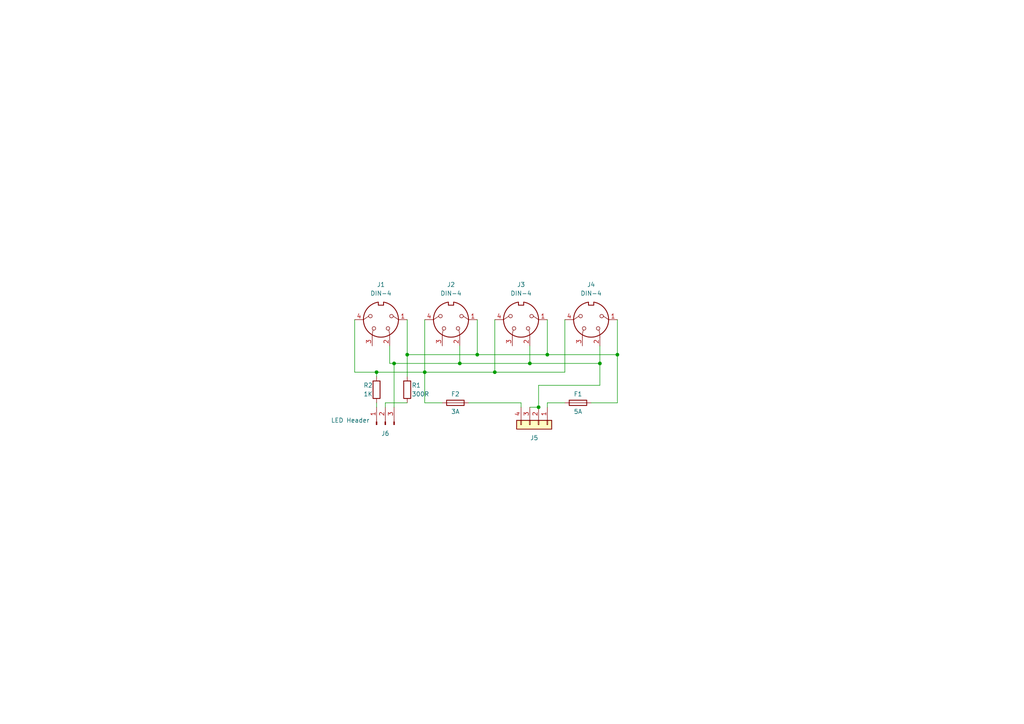
<source format=kicad_sch>
(kicad_sch (version 20211123) (generator eeschema)

  (uuid 697d508e-67e1-4060-9513-a3a692986344)

  (paper "A4")

  (title_block
    (title "1541-II & 1581 Power Distribution PCB")
    (rev "v1.0")
  )

  (lib_symbols
    (symbol "Connector:Conn_01x03_Male" (pin_names (offset 1.016) hide) (in_bom yes) (on_board yes)
      (property "Reference" "J" (id 0) (at 0 5.08 0)
        (effects (font (size 1.27 1.27)))
      )
      (property "Value" "Conn_01x03_Male" (id 1) (at 0 -5.08 0)
        (effects (font (size 1.27 1.27)))
      )
      (property "Footprint" "" (id 2) (at 0 0 0)
        (effects (font (size 1.27 1.27)) hide)
      )
      (property "Datasheet" "~" (id 3) (at 0 0 0)
        (effects (font (size 1.27 1.27)) hide)
      )
      (property "ki_keywords" "connector" (id 4) (at 0 0 0)
        (effects (font (size 1.27 1.27)) hide)
      )
      (property "ki_description" "Generic connector, single row, 01x03, script generated (kicad-library-utils/schlib/autogen/connector/)" (id 5) (at 0 0 0)
        (effects (font (size 1.27 1.27)) hide)
      )
      (property "ki_fp_filters" "Connector*:*_1x??_*" (id 6) (at 0 0 0)
        (effects (font (size 1.27 1.27)) hide)
      )
      (symbol "Conn_01x03_Male_1_1"
        (polyline
          (pts
            (xy 1.27 -2.54)
            (xy 0.8636 -2.54)
          )
          (stroke (width 0.1524) (type default) (color 0 0 0 0))
          (fill (type none))
        )
        (polyline
          (pts
            (xy 1.27 0)
            (xy 0.8636 0)
          )
          (stroke (width 0.1524) (type default) (color 0 0 0 0))
          (fill (type none))
        )
        (polyline
          (pts
            (xy 1.27 2.54)
            (xy 0.8636 2.54)
          )
          (stroke (width 0.1524) (type default) (color 0 0 0 0))
          (fill (type none))
        )
        (rectangle (start 0.8636 -2.413) (end 0 -2.667)
          (stroke (width 0.1524) (type default) (color 0 0 0 0))
          (fill (type outline))
        )
        (rectangle (start 0.8636 0.127) (end 0 -0.127)
          (stroke (width 0.1524) (type default) (color 0 0 0 0))
          (fill (type outline))
        )
        (rectangle (start 0.8636 2.667) (end 0 2.413)
          (stroke (width 0.1524) (type default) (color 0 0 0 0))
          (fill (type outline))
        )
        (pin passive line (at 5.08 2.54 180) (length 3.81)
          (name "Pin_1" (effects (font (size 1.27 1.27))))
          (number "1" (effects (font (size 1.27 1.27))))
        )
        (pin passive line (at 5.08 0 180) (length 3.81)
          (name "Pin_2" (effects (font (size 1.27 1.27))))
          (number "2" (effects (font (size 1.27 1.27))))
        )
        (pin passive line (at 5.08 -2.54 180) (length 3.81)
          (name "Pin_3" (effects (font (size 1.27 1.27))))
          (number "3" (effects (font (size 1.27 1.27))))
        )
      )
    )
    (symbol "Connector:DIN-4" (pin_names (offset 1.016)) (in_bom yes) (on_board yes)
      (property "Reference" "J" (id 0) (at 5.334 5.08 0)
        (effects (font (size 1.27 1.27)))
      )
      (property "Value" "DIN-4" (id 1) (at 0 -6.35 0)
        (effects (font (size 1.27 1.27)))
      )
      (property "Footprint" "" (id 2) (at 0 0 0)
        (effects (font (size 1.27 1.27)) hide)
      )
      (property "Datasheet" "http://www.mouser.com/ds/2/18/40_c091_abd_e-75918.pdf" (id 3) (at 0 0 0)
        (effects (font (size 1.27 1.27)) hide)
      )
      (property "ki_keywords" "circular DIN connector" (id 4) (at 0 0 0)
        (effects (font (size 1.27 1.27)) hide)
      )
      (property "ki_description" "4-pin DIN connector" (id 5) (at 0 0 0)
        (effects (font (size 1.27 1.27)) hide)
      )
      (property "ki_fp_filters" "DIN*" (id 6) (at 0 0 0)
        (effects (font (size 1.27 1.27)) hide)
      )
      (symbol "DIN-4_0_1"
        (arc (start -5.08 0) (mid -3.8609 -3.3364) (end -0.762 -5.08)
          (stroke (width 0.254) (type default) (color 0 0 0 0))
          (fill (type none))
        )
        (circle (center -3.048 -1.016) (radius 0.508)
          (stroke (width 0) (type default) (color 0 0 0 0))
          (fill (type none))
        )
        (circle (center -2.032 2.54) (radius 0.508)
          (stroke (width 0) (type default) (color 0 0 0 0))
          (fill (type none))
        )
        (polyline
          (pts
            (xy -3.556 -1.016)
            (xy -5.08 0)
          )
          (stroke (width 0) (type default) (color 0 0 0 0))
          (fill (type none))
        )
        (polyline
          (pts
            (xy 5.08 0)
            (xy 3.556 -1.016)
          )
          (stroke (width 0) (type default) (color 0 0 0 0))
          (fill (type none))
        )
        (polyline
          (pts
            (xy -2.54 5.08)
            (xy -2.54 4.318)
            (xy -2.286 3.048)
          )
          (stroke (width 0) (type default) (color 0 0 0 0))
          (fill (type none))
        )
        (polyline
          (pts
            (xy 2.54 5.08)
            (xy 2.54 4.318)
            (xy 2.286 3.048)
          )
          (stroke (width 0) (type default) (color 0 0 0 0))
          (fill (type none))
        )
        (polyline
          (pts
            (xy -0.762 -4.953)
            (xy -0.762 -4.191)
            (xy 0.762 -4.191)
            (xy 0.762 -4.953)
          )
          (stroke (width 0.254) (type default) (color 0 0 0 0))
          (fill (type none))
        )
        (arc (start 0.762 -5.08) (mid 3.8685 -3.343) (end 5.08 0)
          (stroke (width 0.254) (type default) (color 0 0 0 0))
          (fill (type none))
        )
        (circle (center 2.032 2.54) (radius 0.508)
          (stroke (width 0) (type default) (color 0 0 0 0))
          (fill (type none))
        )
        (circle (center 3.048 -1.016) (radius 0.508)
          (stroke (width 0) (type default) (color 0 0 0 0))
          (fill (type none))
        )
        (arc (start 5.08 0) (mid 0 5.08) (end -5.08 0)
          (stroke (width 0.254) (type default) (color 0 0 0 0))
          (fill (type none))
        )
      )
      (symbol "DIN-4_1_1"
        (pin passive line (at -7.62 0 0) (length 2.54)
          (name "~" (effects (font (size 1.27 1.27))))
          (number "1" (effects (font (size 1.27 1.27))))
        )
        (pin passive line (at -2.54 7.62 270) (length 2.54)
          (name "~" (effects (font (size 1.27 1.27))))
          (number "2" (effects (font (size 1.27 1.27))))
        )
        (pin passive line (at 2.54 7.62 270) (length 2.54)
          (name "~" (effects (font (size 1.27 1.27))))
          (number "3" (effects (font (size 1.27 1.27))))
        )
        (pin passive line (at 7.62 0 180) (length 2.54)
          (name "~" (effects (font (size 1.27 1.27))))
          (number "4" (effects (font (size 1.27 1.27))))
        )
      )
    )
    (symbol "Connector_Generic:Conn_01x04" (pin_names (offset 1.016) hide) (in_bom yes) (on_board yes)
      (property "Reference" "J" (id 0) (at 0 5.08 0)
        (effects (font (size 1.27 1.27)))
      )
      (property "Value" "Conn_01x04" (id 1) (at 0 -7.62 0)
        (effects (font (size 1.27 1.27)))
      )
      (property "Footprint" "" (id 2) (at 0 0 0)
        (effects (font (size 1.27 1.27)) hide)
      )
      (property "Datasheet" "~" (id 3) (at 0 0 0)
        (effects (font (size 1.27 1.27)) hide)
      )
      (property "ki_keywords" "connector" (id 4) (at 0 0 0)
        (effects (font (size 1.27 1.27)) hide)
      )
      (property "ki_description" "Generic connector, single row, 01x04, script generated (kicad-library-utils/schlib/autogen/connector/)" (id 5) (at 0 0 0)
        (effects (font (size 1.27 1.27)) hide)
      )
      (property "ki_fp_filters" "Connector*:*_1x??_*" (id 6) (at 0 0 0)
        (effects (font (size 1.27 1.27)) hide)
      )
      (symbol "Conn_01x04_1_1"
        (rectangle (start -1.27 -4.953) (end 0 -5.207)
          (stroke (width 0.1524) (type default) (color 0 0 0 0))
          (fill (type none))
        )
        (rectangle (start -1.27 -2.413) (end 0 -2.667)
          (stroke (width 0.1524) (type default) (color 0 0 0 0))
          (fill (type none))
        )
        (rectangle (start -1.27 0.127) (end 0 -0.127)
          (stroke (width 0.1524) (type default) (color 0 0 0 0))
          (fill (type none))
        )
        (rectangle (start -1.27 2.667) (end 0 2.413)
          (stroke (width 0.1524) (type default) (color 0 0 0 0))
          (fill (type none))
        )
        (rectangle (start -1.27 3.81) (end 1.27 -6.35)
          (stroke (width 0.254) (type default) (color 0 0 0 0))
          (fill (type background))
        )
        (pin passive line (at -5.08 2.54 0) (length 3.81)
          (name "Pin_1" (effects (font (size 1.27 1.27))))
          (number "1" (effects (font (size 1.27 1.27))))
        )
        (pin passive line (at -5.08 0 0) (length 3.81)
          (name "Pin_2" (effects (font (size 1.27 1.27))))
          (number "2" (effects (font (size 1.27 1.27))))
        )
        (pin passive line (at -5.08 -2.54 0) (length 3.81)
          (name "Pin_3" (effects (font (size 1.27 1.27))))
          (number "3" (effects (font (size 1.27 1.27))))
        )
        (pin passive line (at -5.08 -5.08 0) (length 3.81)
          (name "Pin_4" (effects (font (size 1.27 1.27))))
          (number "4" (effects (font (size 1.27 1.27))))
        )
      )
    )
    (symbol "Device:Fuse" (pin_numbers hide) (pin_names (offset 0)) (in_bom yes) (on_board yes)
      (property "Reference" "F" (id 0) (at 2.032 0 90)
        (effects (font (size 1.27 1.27)))
      )
      (property "Value" "Fuse" (id 1) (at -1.905 0 90)
        (effects (font (size 1.27 1.27)))
      )
      (property "Footprint" "" (id 2) (at -1.778 0 90)
        (effects (font (size 1.27 1.27)) hide)
      )
      (property "Datasheet" "~" (id 3) (at 0 0 0)
        (effects (font (size 1.27 1.27)) hide)
      )
      (property "ki_keywords" "fuse" (id 4) (at 0 0 0)
        (effects (font (size 1.27 1.27)) hide)
      )
      (property "ki_description" "Fuse" (id 5) (at 0 0 0)
        (effects (font (size 1.27 1.27)) hide)
      )
      (property "ki_fp_filters" "*Fuse*" (id 6) (at 0 0 0)
        (effects (font (size 1.27 1.27)) hide)
      )
      (symbol "Fuse_0_1"
        (rectangle (start -0.762 -2.54) (end 0.762 2.54)
          (stroke (width 0.254) (type default) (color 0 0 0 0))
          (fill (type none))
        )
        (polyline
          (pts
            (xy 0 2.54)
            (xy 0 -2.54)
          )
          (stroke (width 0) (type default) (color 0 0 0 0))
          (fill (type none))
        )
      )
      (symbol "Fuse_1_1"
        (pin passive line (at 0 3.81 270) (length 1.27)
          (name "~" (effects (font (size 1.27 1.27))))
          (number "1" (effects (font (size 1.27 1.27))))
        )
        (pin passive line (at 0 -3.81 90) (length 1.27)
          (name "~" (effects (font (size 1.27 1.27))))
          (number "2" (effects (font (size 1.27 1.27))))
        )
      )
    )
    (symbol "Device:R" (pin_numbers hide) (pin_names (offset 0)) (in_bom yes) (on_board yes)
      (property "Reference" "R" (id 0) (at 2.032 0 90)
        (effects (font (size 1.27 1.27)))
      )
      (property "Value" "R" (id 1) (at 0 0 90)
        (effects (font (size 1.27 1.27)))
      )
      (property "Footprint" "" (id 2) (at -1.778 0 90)
        (effects (font (size 1.27 1.27)) hide)
      )
      (property "Datasheet" "~" (id 3) (at 0 0 0)
        (effects (font (size 1.27 1.27)) hide)
      )
      (property "ki_keywords" "R res resistor" (id 4) (at 0 0 0)
        (effects (font (size 1.27 1.27)) hide)
      )
      (property "ki_description" "Resistor" (id 5) (at 0 0 0)
        (effects (font (size 1.27 1.27)) hide)
      )
      (property "ki_fp_filters" "R_*" (id 6) (at 0 0 0)
        (effects (font (size 1.27 1.27)) hide)
      )
      (symbol "R_0_1"
        (rectangle (start -1.016 -2.54) (end 1.016 2.54)
          (stroke (width 0.254) (type default) (color 0 0 0 0))
          (fill (type none))
        )
      )
      (symbol "R_1_1"
        (pin passive line (at 0 3.81 270) (length 1.27)
          (name "~" (effects (font (size 1.27 1.27))))
          (number "1" (effects (font (size 1.27 1.27))))
        )
        (pin passive line (at 0 -3.81 90) (length 1.27)
          (name "~" (effects (font (size 1.27 1.27))))
          (number "2" (effects (font (size 1.27 1.27))))
        )
      )
    )
  )

  (junction (at 114.3 105.41) (diameter 0) (color 0 0 0 0)
    (uuid 11998042-9eb2-4dbb-a0ae-a6a95ae018d7)
  )
  (junction (at 133.35 105.41) (diameter 0) (color 0 0 0 0)
    (uuid 17bb2489-a714-4ed5-8357-361b9aa2028b)
  )
  (junction (at 179.07 102.87) (diameter 0) (color 0 0 0 0)
    (uuid 1e60da0f-b364-4263-b7af-08c7f402c2b3)
  )
  (junction (at 118.11 102.87) (diameter 0) (color 0 0 0 0)
    (uuid 23790cef-c78c-4b43-ae9e-ff94217e99b0)
  )
  (junction (at 158.75 102.87) (diameter 0) (color 0 0 0 0)
    (uuid 245a1200-692c-4deb-8676-4fc64869d55e)
  )
  (junction (at 173.99 105.41) (diameter 0) (color 0 0 0 0)
    (uuid 3d0bb1e9-e6b5-41a7-911c-6c9e260d2568)
  )
  (junction (at 143.51 107.95) (diameter 0) (color 0 0 0 0)
    (uuid 3ee307e6-6a6f-400c-ac97-b9e901daf6bd)
  )
  (junction (at 109.22 107.95) (diameter 0) (color 0 0 0 0)
    (uuid 70a0aee4-c2cc-4fd7-9e2c-76a99e4adf64)
  )
  (junction (at 123.19 107.95) (diameter 0) (color 0 0 0 0)
    (uuid c24f6f40-f01c-4d6c-a1ef-02fc365b813a)
  )
  (junction (at 156.21 118.11) (diameter 0) (color 0 0 0 0)
    (uuid ec01211c-6d80-460a-babe-213c15c70fc6)
  )
  (junction (at 138.43 102.87) (diameter 0) (color 0 0 0 0)
    (uuid f2db96ca-0f95-42f2-8b3a-92c9ea03ed58)
  )
  (junction (at 153.67 105.41) (diameter 0) (color 0 0 0 0)
    (uuid f574ca9d-a573-4996-a11d-c1c8ebbc2c12)
  )

  (wire (pts (xy 109.22 109.22) (xy 109.22 107.95))
    (stroke (width 0) (type default) (color 0 0 0 0))
    (uuid 03a42911-a1f3-4b4b-bfb6-6c63f5b87be3)
  )
  (wire (pts (xy 123.19 107.95) (xy 123.19 116.84))
    (stroke (width 0) (type default) (color 0 0 0 0))
    (uuid 0530c59d-a8f8-43b0-8435-937d5bb201b0)
  )
  (wire (pts (xy 118.11 102.87) (xy 118.11 109.22))
    (stroke (width 0) (type default) (color 0 0 0 0))
    (uuid 10b6288d-c47e-4d37-bb95-81f90f182948)
  )
  (wire (pts (xy 102.87 107.95) (xy 109.22 107.95))
    (stroke (width 0) (type default) (color 0 0 0 0))
    (uuid 1beea61f-3b13-4806-b6ee-fd883b7ef29b)
  )
  (wire (pts (xy 173.99 111.76) (xy 156.21 111.76))
    (stroke (width 0) (type default) (color 0 0 0 0))
    (uuid 1e4b25d7-ad97-4549-bf3c-31b760a60ec8)
  )
  (wire (pts (xy 138.43 92.71) (xy 138.43 102.87))
    (stroke (width 0) (type default) (color 0 0 0 0))
    (uuid 21937a3d-2dc9-4c79-b86c-ee58e5e32c33)
  )
  (wire (pts (xy 135.89 116.84) (xy 151.13 116.84))
    (stroke (width 0) (type default) (color 0 0 0 0))
    (uuid 2820e04f-a897-4f6a-9da5-a806c8419d9d)
  )
  (wire (pts (xy 113.03 105.41) (xy 114.3 105.41))
    (stroke (width 0) (type default) (color 0 0 0 0))
    (uuid 28642beb-d126-411b-ae84-d2cbf352fe33)
  )
  (wire (pts (xy 158.75 116.84) (xy 163.83 116.84))
    (stroke (width 0) (type default) (color 0 0 0 0))
    (uuid 47cedecf-853b-4f98-8c8e-f776fa562897)
  )
  (wire (pts (xy 118.11 92.71) (xy 118.11 102.87))
    (stroke (width 0) (type default) (color 0 0 0 0))
    (uuid 4958b91f-7a16-4574-a08f-7ccf364d1424)
  )
  (wire (pts (xy 153.67 118.11) (xy 156.21 118.11))
    (stroke (width 0) (type default) (color 0 0 0 0))
    (uuid 4c2f47c9-cbb6-456a-aee0-0a81798a8ad2)
  )
  (wire (pts (xy 133.35 100.33) (xy 133.35 105.41))
    (stroke (width 0) (type default) (color 0 0 0 0))
    (uuid 50d84276-4caf-4864-8e3a-3c14e32e8612)
  )
  (wire (pts (xy 123.19 92.71) (xy 123.19 107.95))
    (stroke (width 0) (type default) (color 0 0 0 0))
    (uuid 53620f4c-d9b8-4467-86fe-f1975241b49d)
  )
  (wire (pts (xy 114.3 105.41) (xy 114.3 118.11))
    (stroke (width 0) (type default) (color 0 0 0 0))
    (uuid 6ba75def-e41d-490a-8120-9e15d6960b06)
  )
  (wire (pts (xy 173.99 105.41) (xy 173.99 111.76))
    (stroke (width 0) (type default) (color 0 0 0 0))
    (uuid 6bb8ab88-4085-49b3-9bfc-193876a44111)
  )
  (wire (pts (xy 118.11 102.87) (xy 138.43 102.87))
    (stroke (width 0) (type default) (color 0 0 0 0))
    (uuid 6cbeecd2-ce4d-4b2a-8517-21ed23ee7cda)
  )
  (wire (pts (xy 158.75 102.87) (xy 179.07 102.87))
    (stroke (width 0) (type default) (color 0 0 0 0))
    (uuid 6e023229-f77b-4793-ba34-53c97935261a)
  )
  (wire (pts (xy 111.76 118.11) (xy 111.76 116.84))
    (stroke (width 0) (type default) (color 0 0 0 0))
    (uuid 70f4ff8b-18f0-4833-9afe-ab3152d41dd3)
  )
  (wire (pts (xy 109.22 107.95) (xy 123.19 107.95))
    (stroke (width 0) (type default) (color 0 0 0 0))
    (uuid 7537992a-1f89-4fad-8510-6ecb9211a48e)
  )
  (wire (pts (xy 171.45 116.84) (xy 179.07 116.84))
    (stroke (width 0) (type default) (color 0 0 0 0))
    (uuid 75686d96-e6e3-4d17-9580-888227119497)
  )
  (wire (pts (xy 114.3 105.41) (xy 133.35 105.41))
    (stroke (width 0) (type default) (color 0 0 0 0))
    (uuid 78170a9d-29f3-4df8-a25e-7862168e0f9d)
  )
  (wire (pts (xy 111.76 116.84) (xy 118.11 116.84))
    (stroke (width 0) (type default) (color 0 0 0 0))
    (uuid 7f077b09-dcd6-4196-886e-66c22f39618f)
  )
  (wire (pts (xy 179.07 116.84) (xy 179.07 102.87))
    (stroke (width 0) (type default) (color 0 0 0 0))
    (uuid 88e9fce3-d903-437f-b776-a938b603b436)
  )
  (wire (pts (xy 153.67 100.33) (xy 153.67 105.41))
    (stroke (width 0) (type default) (color 0 0 0 0))
    (uuid 8e73611d-d15d-4705-b29c-c6dfeaaabbe8)
  )
  (wire (pts (xy 156.21 111.76) (xy 156.21 118.11))
    (stroke (width 0) (type default) (color 0 0 0 0))
    (uuid 95ad3eef-ee64-4636-b496-c0d05df1aa95)
  )
  (wire (pts (xy 163.83 92.71) (xy 163.83 107.95))
    (stroke (width 0) (type default) (color 0 0 0 0))
    (uuid 9e356810-9f7e-4dcd-a1a0-6444a12dfe04)
  )
  (wire (pts (xy 143.51 107.95) (xy 163.83 107.95))
    (stroke (width 0) (type default) (color 0 0 0 0))
    (uuid a65b10d0-c2f4-4672-a56c-2a45fd95dbd4)
  )
  (wire (pts (xy 158.75 118.11) (xy 158.75 116.84))
    (stroke (width 0) (type default) (color 0 0 0 0))
    (uuid a9344524-3543-4599-bc37-95b7e7cb2dfc)
  )
  (wire (pts (xy 151.13 116.84) (xy 151.13 118.11))
    (stroke (width 0) (type default) (color 0 0 0 0))
    (uuid aac1e98e-4631-4d80-85bc-9d71f83f4d93)
  )
  (wire (pts (xy 179.07 102.87) (xy 179.07 92.71))
    (stroke (width 0) (type default) (color 0 0 0 0))
    (uuid b00df2ec-89d6-405e-a7b0-12afe222e03d)
  )
  (wire (pts (xy 153.67 105.41) (xy 173.99 105.41))
    (stroke (width 0) (type default) (color 0 0 0 0))
    (uuid b1bc36c8-d223-40c9-9070-ffa4750ec827)
  )
  (wire (pts (xy 143.51 92.71) (xy 143.51 107.95))
    (stroke (width 0) (type default) (color 0 0 0 0))
    (uuid b56a3f5a-cf1c-45e8-8f2e-4070de9f453b)
  )
  (wire (pts (xy 113.03 100.33) (xy 113.03 105.41))
    (stroke (width 0) (type default) (color 0 0 0 0))
    (uuid bfb35b08-0222-4aa7-a43c-071b5f9ac512)
  )
  (wire (pts (xy 173.99 105.41) (xy 173.99 100.33))
    (stroke (width 0) (type default) (color 0 0 0 0))
    (uuid cc95598a-6056-4385-a19a-1e2ccc1c9423)
  )
  (wire (pts (xy 123.19 116.84) (xy 128.27 116.84))
    (stroke (width 0) (type default) (color 0 0 0 0))
    (uuid d1f09808-a16a-4bd5-981a-e6d31ddb1ddf)
  )
  (wire (pts (xy 123.19 107.95) (xy 143.51 107.95))
    (stroke (width 0) (type default) (color 0 0 0 0))
    (uuid d88b2bd6-1b2b-4ecf-b1b8-05295581f96e)
  )
  (wire (pts (xy 102.87 92.71) (xy 102.87 107.95))
    (stroke (width 0) (type default) (color 0 0 0 0))
    (uuid e20f1b72-8d52-4b68-b5e6-e8b2e5abbbe5)
  )
  (wire (pts (xy 158.75 92.71) (xy 158.75 102.87))
    (stroke (width 0) (type default) (color 0 0 0 0))
    (uuid ea49148f-47fc-4fe2-9ac7-c7938b223df7)
  )
  (wire (pts (xy 138.43 102.87) (xy 158.75 102.87))
    (stroke (width 0) (type default) (color 0 0 0 0))
    (uuid ec41bfb0-8d47-4884-a1c5-f78b273025c0)
  )
  (wire (pts (xy 109.22 116.84) (xy 109.22 118.11))
    (stroke (width 0) (type default) (color 0 0 0 0))
    (uuid ee247f10-527e-4587-9f4b-1e3596c166d1)
  )
  (wire (pts (xy 133.35 105.41) (xy 153.67 105.41))
    (stroke (width 0) (type default) (color 0 0 0 0))
    (uuid f0838496-c9e3-477c-b9a3-dfe6265e64f9)
  )

  (symbol (lib_id "Connector:DIN-4") (at 171.45 92.71 180) (unit 1)
    (in_bom yes) (on_board yes) (fields_autoplaced)
    (uuid 5f15752e-21b7-4aa5-9340-7f5ebc0d0c7e)
    (property "Reference" "J4" (id 0) (at 171.4499 82.55 0))
    (property "Value" "DIN-4" (id 1) (at 171.4499 85.09 0))
    (property "Footprint" "" (id 2) (at 171.45 92.71 0)
      (effects (font (size 1.27 1.27)) hide)
    )
    (property "Datasheet" "http://www.mouser.com/ds/2/18/40_c091_abd_e-75918.pdf" (id 3) (at 171.45 92.71 0)
      (effects (font (size 1.27 1.27)) hide)
    )
    (pin "1" (uuid 111b9daf-686c-4ba4-afe7-b807eaa5cb92))
    (pin "2" (uuid 0bdea434-5719-4f00-b7cf-3484fafde8ed))
    (pin "3" (uuid a470993f-af17-4406-822e-260b5172a9e9))
    (pin "4" (uuid ea09f823-70c9-467d-b6e4-236dee12344a))
  )

  (symbol (lib_id "Device:R") (at 109.22 113.03 0) (unit 1)
    (in_bom yes) (on_board yes)
    (uuid 6a6a82e0-1c76-43b9-8212-47c011c2ce4a)
    (property "Reference" "R2" (id 0) (at 105.41 111.76 0)
      (effects (font (size 1.27 1.27)) (justify left))
    )
    (property "Value" "1K" (id 1) (at 105.41 114.3 0)
      (effects (font (size 1.27 1.27)) (justify left))
    )
    (property "Footprint" "" (id 2) (at 107.442 113.03 90)
      (effects (font (size 1.27 1.27)) hide)
    )
    (property "Datasheet" "~" (id 3) (at 109.22 113.03 0)
      (effects (font (size 1.27 1.27)) hide)
    )
    (pin "1" (uuid 5ce55a5a-d247-4fba-897b-8384799c1197))
    (pin "2" (uuid 5397f465-23d8-49a5-ba9b-d504d0575bfd))
  )

  (symbol (lib_id "Device:Fuse") (at 167.64 116.84 270) (unit 1)
    (in_bom yes) (on_board yes)
    (uuid 779f9adf-7807-4fa9-b103-5073627b0d7f)
    (property "Reference" "F1" (id 0) (at 167.64 114.3 90))
    (property "Value" "5A" (id 1) (at 167.64 119.38 90))
    (property "Footprint" "" (id 2) (at 167.64 115.062 90)
      (effects (font (size 1.27 1.27)) hide)
    )
    (property "Datasheet" "~" (id 3) (at 167.64 116.84 0)
      (effects (font (size 1.27 1.27)) hide)
    )
    (pin "1" (uuid be85c366-1455-4027-81fb-08fe18ad038a))
    (pin "2" (uuid f45fd351-bf6b-4f70-8980-f21b78a84f30))
  )

  (symbol (lib_id "Connector:DIN-4") (at 151.13 92.71 180) (unit 1)
    (in_bom yes) (on_board yes) (fields_autoplaced)
    (uuid 7ff52cd3-80c9-4ef7-bbb5-562095d76ff2)
    (property "Reference" "J3" (id 0) (at 151.1299 82.55 0))
    (property "Value" "DIN-4" (id 1) (at 151.1299 85.09 0))
    (property "Footprint" "" (id 2) (at 151.13 92.71 0)
      (effects (font (size 1.27 1.27)) hide)
    )
    (property "Datasheet" "http://www.mouser.com/ds/2/18/40_c091_abd_e-75918.pdf" (id 3) (at 151.13 92.71 0)
      (effects (font (size 1.27 1.27)) hide)
    )
    (pin "1" (uuid 16830319-548e-468c-8bc6-c1b0bb85ec69))
    (pin "2" (uuid 100a7b83-fa4e-4328-b56c-5f4091fb0e41))
    (pin "3" (uuid 00249fad-708c-4f89-a831-aca7233139a3))
    (pin "4" (uuid 5d047f10-83dd-4ee8-8e39-9a2c0fd24db5))
  )

  (symbol (lib_id "Device:R") (at 118.11 113.03 0) (unit 1)
    (in_bom yes) (on_board yes)
    (uuid 8a5a0fe3-9c97-4cc3-84c2-bc977e0add1e)
    (property "Reference" "R1" (id 0) (at 119.38 111.76 0)
      (effects (font (size 1.27 1.27)) (justify left))
    )
    (property "Value" "300R" (id 1) (at 119.38 114.3 0)
      (effects (font (size 1.27 1.27)) (justify left))
    )
    (property "Footprint" "" (id 2) (at 116.332 113.03 90)
      (effects (font (size 1.27 1.27)) hide)
    )
    (property "Datasheet" "~" (id 3) (at 118.11 113.03 0)
      (effects (font (size 1.27 1.27)) hide)
    )
    (pin "1" (uuid d33870bc-e93a-46f4-846e-3af94e64aa28))
    (pin "2" (uuid a3553a86-4fc2-4f2c-b139-af7371f3e0c2))
  )

  (symbol (lib_id "Connector:Conn_01x03_Male") (at 111.76 123.19 90) (unit 1)
    (in_bom yes) (on_board yes)
    (uuid b53a7cc6-38a7-41e0-9919-bedcb005f688)
    (property "Reference" "J6" (id 0) (at 111.76 125.73 90))
    (property "Value" "LED Header" (id 1) (at 101.6 121.92 90))
    (property "Footprint" "" (id 2) (at 111.76 123.19 0)
      (effects (font (size 1.27 1.27)) hide)
    )
    (property "Datasheet" "~" (id 3) (at 111.76 123.19 0)
      (effects (font (size 1.27 1.27)) hide)
    )
    (pin "1" (uuid ca4f6c19-7fdf-4c4c-9f76-1b45d8d06a49))
    (pin "2" (uuid ea58647c-0734-462f-9932-5539437d532c))
    (pin "3" (uuid 5b17e4c7-404e-4a43-9ebf-5fca45848671))
  )

  (symbol (lib_id "Connector_Generic:Conn_01x04") (at 156.21 123.19 270) (unit 1)
    (in_bom yes) (on_board yes)
    (uuid d6fdb0ca-421d-49db-96f7-7c0a492c4784)
    (property "Reference" "J5" (id 0) (at 154.94 127 90))
    (property "Value" "Conn_01x04" (id 1) (at 153.6701 125.73 0)
      (effects (font (size 1.27 1.27)) (justify left) hide)
    )
    (property "Footprint" "" (id 2) (at 156.21 123.19 0)
      (effects (font (size 1.27 1.27)) hide)
    )
    (property "Datasheet" "~" (id 3) (at 156.21 123.19 0)
      (effects (font (size 1.27 1.27)) hide)
    )
    (pin "1" (uuid d7de7f1f-1413-45bd-89c1-be516376e6f5))
    (pin "2" (uuid dee8e797-ab38-4b8b-af17-d4f783a4c4ca))
    (pin "3" (uuid 05361ae4-3372-47da-b6a0-ae554219259d))
    (pin "4" (uuid d257098f-cf2d-49e3-967a-c7a2b5919b34))
  )

  (symbol (lib_id "Connector:DIN-4") (at 110.49 92.71 180) (unit 1)
    (in_bom yes) (on_board yes) (fields_autoplaced)
    (uuid d7bda9a6-8d91-4b33-b256-5eb1dec8ea19)
    (property "Reference" "J1" (id 0) (at 110.4899 82.55 0))
    (property "Value" "DIN-4" (id 1) (at 110.4899 85.09 0))
    (property "Footprint" "" (id 2) (at 110.49 92.71 0)
      (effects (font (size 1.27 1.27)) hide)
    )
    (property "Datasheet" "http://www.mouser.com/ds/2/18/40_c091_abd_e-75918.pdf" (id 3) (at 110.49 92.71 0)
      (effects (font (size 1.27 1.27)) hide)
    )
    (pin "1" (uuid a631cf12-d168-4afb-acaa-026bd96c06a8))
    (pin "2" (uuid 8995fa15-6912-4538-9438-eae5a4a22a85))
    (pin "3" (uuid 25e62477-c5a0-4797-b7b3-5e4f8dc88ec3))
    (pin "4" (uuid 098c1397-43a1-44ae-a662-27f481b8d252))
  )

  (symbol (lib_id "Connector:DIN-4") (at 130.81 92.71 180) (unit 1)
    (in_bom yes) (on_board yes) (fields_autoplaced)
    (uuid e4bc3d4c-9c95-4236-adff-61bc15f35766)
    (property "Reference" "J2" (id 0) (at 130.8099 82.55 0))
    (property "Value" "DIN-4" (id 1) (at 130.8099 85.09 0))
    (property "Footprint" "" (id 2) (at 130.81 92.71 0)
      (effects (font (size 1.27 1.27)) hide)
    )
    (property "Datasheet" "http://www.mouser.com/ds/2/18/40_c091_abd_e-75918.pdf" (id 3) (at 130.81 92.71 0)
      (effects (font (size 1.27 1.27)) hide)
    )
    (pin "1" (uuid 3c98545c-a29b-419a-bdb1-4fc180acbd47))
    (pin "2" (uuid 919d63e0-c88a-4ecc-85f7-7eac6b952c4c))
    (pin "3" (uuid 900d99b9-ec58-4a21-bff4-b2c4b62c2a00))
    (pin "4" (uuid ff98cc5a-a5f3-43d6-9a50-86f8d4c5f34b))
  )

  (symbol (lib_id "Device:Fuse") (at 132.08 116.84 90) (unit 1)
    (in_bom yes) (on_board yes)
    (uuid fc366654-8785-45b6-b851-34a62be231cc)
    (property "Reference" "F2" (id 0) (at 132.08 114.3 90))
    (property "Value" "3A" (id 1) (at 132.08 119.38 90))
    (property "Footprint" "" (id 2) (at 132.08 118.618 90)
      (effects (font (size 1.27 1.27)) hide)
    )
    (property "Datasheet" "~" (id 3) (at 132.08 116.84 0)
      (effects (font (size 1.27 1.27)) hide)
    )
    (pin "1" (uuid 99a335c9-6f42-46b6-b75d-5532e5420218))
    (pin "2" (uuid 159bacd4-19e3-4aa0-b38a-760e515f19b3))
  )

  (sheet_instances
    (path "/" (page "1"))
  )

  (symbol_instances
    (path "/779f9adf-7807-4fa9-b103-5073627b0d7f"
      (reference "F1") (unit 1) (value "5A") (footprint "")
    )
    (path "/fc366654-8785-45b6-b851-34a62be231cc"
      (reference "F2") (unit 1) (value "3A") (footprint "")
    )
    (path "/d7bda9a6-8d91-4b33-b256-5eb1dec8ea19"
      (reference "J1") (unit 1) (value "DIN-4") (footprint "")
    )
    (path "/e4bc3d4c-9c95-4236-adff-61bc15f35766"
      (reference "J2") (unit 1) (value "DIN-4") (footprint "")
    )
    (path "/7ff52cd3-80c9-4ef7-bbb5-562095d76ff2"
      (reference "J3") (unit 1) (value "DIN-4") (footprint "")
    )
    (path "/5f15752e-21b7-4aa5-9340-7f5ebc0d0c7e"
      (reference "J4") (unit 1) (value "DIN-4") (footprint "")
    )
    (path "/d6fdb0ca-421d-49db-96f7-7c0a492c4784"
      (reference "J5") (unit 1) (value "Conn_01x04") (footprint "")
    )
    (path "/b53a7cc6-38a7-41e0-9919-bedcb005f688"
      (reference "J6") (unit 1) (value "LED Header") (footprint "")
    )
    (path "/8a5a0fe3-9c97-4cc3-84c2-bc977e0add1e"
      (reference "R1") (unit 1) (value "300R") (footprint "")
    )
    (path "/6a6a82e0-1c76-43b9-8212-47c011c2ce4a"
      (reference "R2") (unit 1) (value "1K") (footprint "")
    )
  )
)

</source>
